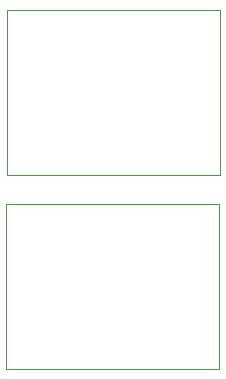
<source format=gbr>
%TF.GenerationSoftware,KiCad,Pcbnew,(5.1.6)-1*%
%TF.CreationDate,2021-02-16T12:14:24-05:00*%
%TF.ProjectId,F100_B200_Test_Bop_V2,46313030-5f42-4323-9030-5f546573745f,rev?*%
%TF.SameCoordinates,Original*%
%TF.FileFunction,Paste,Bot*%
%TF.FilePolarity,Positive*%
%FSLAX46Y46*%
G04 Gerber Fmt 4.6, Leading zero omitted, Abs format (unit mm)*
G04 Created by KiCad (PCBNEW (5.1.6)-1) date 2021-02-16 12:14:24*
%MOMM*%
%LPD*%
G01*
G04 APERTURE LIST*
%ADD10C,0.120000*%
G04 APERTURE END LIST*
D10*
%TO.C,U2*%
X174176000Y-46980000D02*
X156142000Y-46980000D01*
X174176000Y-60950000D02*
X174176000Y-46980000D01*
X156142000Y-60950000D02*
X174176000Y-60950000D01*
X156142000Y-46980000D02*
X156142000Y-60950000D01*
%TO.C,U3*%
X156042000Y-63430000D02*
X156042000Y-77400000D01*
X156042000Y-77400000D02*
X174076000Y-77400000D01*
X174076000Y-77400000D02*
X174076000Y-63430000D01*
X174076000Y-63430000D02*
X156042000Y-63430000D01*
%TD*%
M02*

</source>
